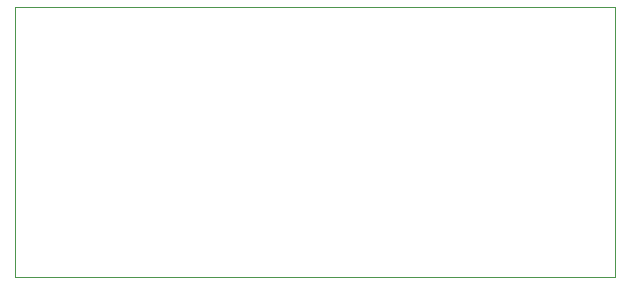
<source format=gm1>
%TF.GenerationSoftware,KiCad,Pcbnew,5.1.10*%
%TF.CreationDate,2021-06-22T00:25:09+02:00*%
%TF.ProjectId,Led_poc,4c65645f-706f-4632-9e6b-696361645f70,rev?*%
%TF.SameCoordinates,Original*%
%TF.FileFunction,Profile,NP*%
%FSLAX46Y46*%
G04 Gerber Fmt 4.6, Leading zero omitted, Abs format (unit mm)*
G04 Created by KiCad (PCBNEW 5.1.10) date 2021-06-22 00:25:09*
%MOMM*%
%LPD*%
G01*
G04 APERTURE LIST*
%TA.AperFunction,Profile*%
%ADD10C,0.050000*%
%TD*%
G04 APERTURE END LIST*
D10*
X109220000Y-96520000D02*
X109220000Y-73660000D01*
X160020000Y-96520000D02*
X109220000Y-96520000D01*
X160020000Y-73660000D02*
X160020000Y-96520000D01*
X109220000Y-73660000D02*
X160020000Y-73660000D01*
M02*

</source>
